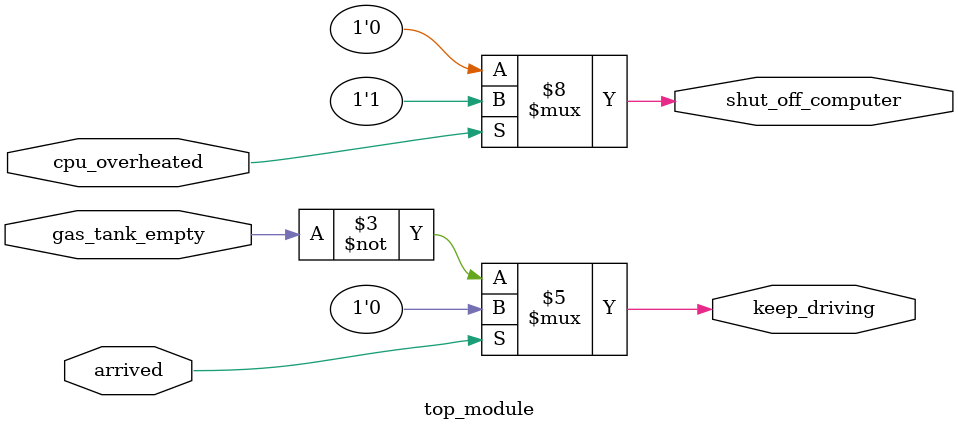
<source format=v>
module top_module (
    input      cpu_overheated,
    output reg shut_off_computer,
    input      arrived,
    input      gas_tank_empty,
    output reg keep_driving  ); //

    always @(*) begin
        if (cpu_overheated)
            shut_off_computer = 1;
        else
            shut_off_computer = 0;
            
        if (~arrived)
            keep_driving = ~gas_tank_empty;
        else
            keep_driving = 0;
    end


endmodule

</source>
